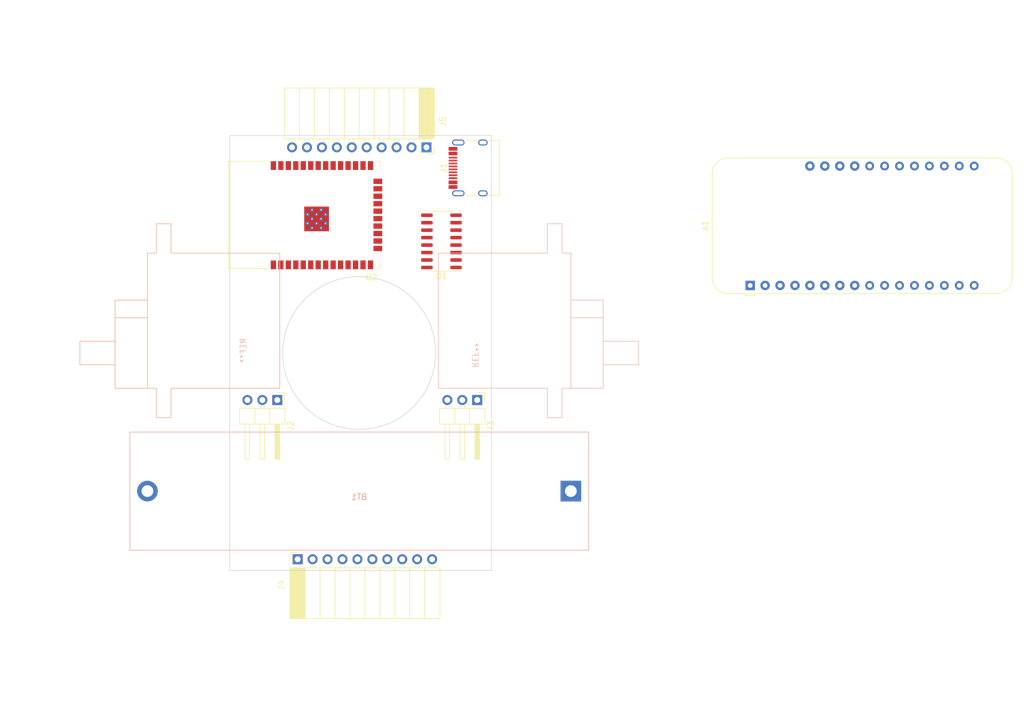
<source format=kicad_pcb>
(kicad_pcb (version 20221018) (generator pcbnew)
  (layers (0 "F.Cu" signal) (31 "B.Cu" signal) (34 "B.Paste" user) (35 "F.Paste" user) (36 "B.SilkS" user "B.Silkscreen") (37 "F.SilkS" user "F.Silkscreen") (38 "B.Mask" user) (39 "F.Mask" user) (44 "Edge.Cuts" user))
  (net 0 "")
  (net 1 "Net-(J1-GND-PadA1)")
  (net 2 "Net-(J1-VBUS-PadA4)")
  (net 12 "Net-(U2-GND-Pad1)")
  (footprint "Package_SO:SOIC-16_3.9x9.9mm_P1.27mm" (layer "F.Cu") (at 114 81 180)
    (fp_text reference "U1" (at 0 -5.9) (layer "F.SilkS"))
    (fp_text value "CH340G")
    (fp_line (start 0 -5.06) (end -3.45 -5.06) (stroke (width 0.12)) (layer "F.SilkS"))
    (fp_line (start 0 -5.06) (end 1.95 -5.06) (stroke (width 0.12)) (layer "F.SilkS"))
    (fp_line (start 0 5.06) (end -1.95 5.06) (stroke (width 0.12)) (layer "F.SilkS"))
    (fp_line (start 0 5.06) (end 1.95 5.06) (stroke (width 0.12)) (layer "F.SilkS"))
    (pad "1" smd roundrect (at -2.475 -4.445 180) (size 1.95 0.6) (layers "F.Cu" "F.Paste" "F.Mask"))
    (pad "2" smd roundrect (at -2.475 -3.175 180) (size 1.95 0.6) (layers "F.Cu" "F.Paste" "F.Mask"))
    (pad "3" smd roundrect (at -2.475 -1.905 180) (size 1.95 0.6) (layers "F.Cu" "F.Paste" "F.Mask"))
    (pad "4" smd roundrect (at -2.475 -0.635 180) (size 1.95 0.6) (layers "F.Cu" "F.Paste" "F.Mask"))
    (pad "5" smd roundrect (at -2.475 0.635 180) (size 1.95 0.6) (layers "F.Cu" "F.Paste" "F.Mask"))
    (pad "6" smd roundrect (at -2.475 1.905 180) (size 1.95 0.6) (layers "F.Cu" "F.Paste" "F.Mask"))
    (pad "7" smd roundrect (at -2.475 3.175 180) (size 1.95 0.6) (layers "F.Cu" "F.Paste" "F.Mask"))
    (pad "8" smd roundrect (at -2.475 4.445 180) (size 1.95 0.6) (layers "F.Cu" "F.Paste" "F.Mask"))
    (pad "9" smd roundrect (at 2.475 4.445 180) (size 1.95 0.6) (layers "F.Cu" "F.Paste" "F.Mask"))
    (pad "10" smd roundrect (at 2.475 3.175 180) (size 1.95 0.6) (layers "F.Cu" "F.Paste" "F.Mask"))
    (pad "11" smd roundrect (at 2.475 1.905 180) (size 1.95 0.6) (layers "F.Cu" "F.Paste" "F.Mask"))
    (pad "12" smd roundrect (at 2.475 0.635 180) (size 1.95 0.6) (layers "F.Cu" "F.Paste" "F.Mask"))
    (pad "13" smd roundrect (at 2.475 -0.635 180) (size 1.95 0.6) (layers "F.Cu" "F.Paste" "F.Mask"))
    (pad "14" smd roundrect (at 2.475 -1.905 180) (size 1.95 0.6) (layers "F.Cu" "F.Paste" "F.Mask"))
    (pad "15" smd roundrect (at 2.475 -3.175 180) (size 1.95 0.6) (layers "F.Cu" "F.Paste" "F.Mask"))
    (pad "16" smd roundrect (at 2.475 -4.445 180) (size 1.95 0.6) (layers "F.Cu" "F.Paste" "F.Mask"))
  )
  (footprint "Connector_PinHeader_2.54mm:PinHeader_1x03_P2.54mm_Horizontal" (layer "F.Cu") (at 120.08 108 -90)
    (fp_text reference "J3" (at 4.385 -2.27 90) (layer "F.SilkS"))
    (fp_text value "SERVO_R")
    (fp_line (start -1.27 -1.27) (end 0 -1.27) (stroke (width 0.12)) (layer "F.SilkS"))
    (fp_line (start -1.27 0) (end -1.27 -1.27) (stroke (width 0.12)) (layer "F.SilkS"))
    (fp_line (start 1.042929 2.16) (end 1.44 2.16) (stroke (width 0.12)) (layer "F.SilkS"))
    (fp_line (start 1.042929 2.92) (end 1.44 2.92) (stroke (width 0.12)) (layer "F.SilkS"))
    (fp_line (start 1.042929 4.7) (end 1.44 4.7) (stroke (width 0.12)) (layer "F.SilkS"))
    (fp_line (start 1.042929 5.46) (end 1.44 5.46) (stroke (width 0.12)) (layer "F.SilkS"))
    (fp_line (start 1.11 -0.38) (end 1.44 -0.38) (stroke (width 0.12)) (layer "F.SilkS"))
    (fp_line (start 1.11 0.38) (end 1.44 0.38) (stroke (width 0.12)) (layer "F.SilkS"))
    (fp_line (start 1.44 -1.33) (end 1.44 6.41) (stroke (width 0.12)) (layer "F.SilkS"))
    (fp_line (start 1.44 1.27) (end 4.1 1.27) (stroke (width 0.12)) (layer "F.SilkS"))
    (fp_line (start 1.44 3.81) (end 4.1 3.81) (stroke (width 0.12)) (layer "F.SilkS"))
    (fp_line (start 1.44 6.41) (end 4.1 6.41) (stroke (width 0.12)) (layer "F.SilkS"))
    (fp_line (start 4.1 -1.33) (end 1.44 -1.33) (stroke (width 0.12)) (layer "F.SilkS"))
    (fp_line (start 4.1 -0.38) (end 10.1 -0.38) (stroke (width 0.12)) (layer "F.SilkS"))
    (fp_line (start 4.1 -0.32) (end 10.1 -0.32) (stroke (width 0.12)) (layer "F.SilkS"))
    (fp_line (start 4.1 -0.2) (end 10.1 -0.2) (stroke (width 0.12)) (layer "F.SilkS"))
    (fp_line (start 4.1 -0.08) (end 10.1 -0.08) (stroke (width 0.12)) (layer "F.SilkS"))
    (fp_line (start 4.1 0.04) (end 10.1 0.04) (stroke (width 0.12)) (layer "F.SilkS"))
    (fp_line (start 4.1 0.16) (end 10.1 0.16) (stroke (width 0.12)) (layer "F.SilkS"))
    (fp_line (start 4.1 0.28) (end 10.1 0.28) (stroke (width 0.12)) (layer "F.SilkS"))
    (fp_line (start 4.1 2.16) (end 10.1 2.16) (stroke (width 0.12)) (layer "F.SilkS"))
    (fp_line (start 4.1 4.7) (end 10.1 4.7) (stroke (width 0.12)) (layer "F.SilkS"))
    (fp_line (start 4.1 6.41) (end 4.1 -1.33) (stroke (width 0.12)) (layer "F.SilkS"))
    (fp_line (start 10.1 -0.38) (end 10.1 0.38) (stroke (width 0.12)) (layer "F.SilkS"))
    (fp_line (start 10.1 0.38) (end 4.1 0.38) (stroke (width 0.12)) (layer "F.SilkS"))
    (fp_line (start 10.1 2.16) (end 10.1 2.92) (stroke (width 0.12)) (layer "F.SilkS"))
    (fp_line (start 10.1 2.92) (end 4.1 2.92) (stroke (width 0.12)) (layer "F.SilkS"))
    (fp_line (start 10.1 4.7) (end 10.1 5.46) (stroke (width 0.12)) (layer "F.SilkS"))
    (fp_line (start 10.1 5.46) (end 4.1 5.46) (stroke (width 0.12)) (layer "F.SilkS"))
    (pad "1" thru_hole rect (at 0 0 270) (size 1.7 1.7) (drill 1) (layers "*.Cu" "*.Mask"))
    (pad "2" thru_hole oval (at 0 2.54 270) (size 1.7 1.7) (drill 1) (layers "*.Cu" "*.Mask"))
    (pad "3" thru_hole oval (at 0 5.08 270) (size 1.7 1.7) (drill 1) (layers "*.Cu" "*.Mask"))
  )
  (footprint "RF_Module:ESP32-WROOM-32" (layer "F.Cu") (at 93.67 76.5 90)
    (fp_text reference "U2" (at -10.61 8.43) (layer "F.SilkS"))
    (fp_text value "ESP32-WROOM-32")
    (fp_line (start -9.12 -15.86) (end -9.12 -9.445) (stroke (width 0.12)) (layer "F.SilkS"))
    (fp_line (start -9.12 -15.86) (end 9.12 -15.86) (stroke (width 0.12)) (layer "F.SilkS"))
    (fp_line (start -9.12 -9.445) (end -9.5 -9.445) (stroke (width 0.12)) (layer "F.SilkS"))
    (fp_line (start -9.12 9.1) (end -9.12 9.88) (stroke (width 0.12)) (layer "F.SilkS"))
    (fp_line (start -9.12 9.88) (end -8.12 9.88) (stroke (width 0.12)) (layer "F.SilkS"))
    (fp_line (start 9.12 -15.86) (end 9.12 -9.445) (stroke (width 0.12)) (layer "F.SilkS"))
    (fp_line (start 9.12 9.1) (end 9.12 9.88) (stroke (width 0.12)) (layer "F.SilkS"))
    (fp_line (start 9.12 9.88) (end 8.12 9.88) (stroke (width 0.12)) (layer "F.SilkS"))
    (pad "1" smd rect (at -8.5 -8.25 90) (size 1.5 0.9) (layers "F.Cu" "F.Paste" "F.Mask") (net 12 "Net-(U2-GND-Pad1)"))
    (pad "2" smd rect (at -8.5 -6.98 90) (size 1.5 0.9) (layers "F.Cu" "F.Paste" "F.Mask"))
    (pad "3" smd rect (at -8.5 -5.71 90) (size 1.5 0.9) (layers "F.Cu" "F.Paste" "F.Mask"))
    (pad "4" smd rect (at -8.5 -4.44 90) (size 1.5 0.9) (layers "F.Cu" "F.Paste" "F.Mask"))
    (pad "5" smd rect (at -8.5 -3.17 90) (size 1.5 0.9) (layers "F.Cu" "F.Paste" "F.Mask"))
    (pad "6" smd rect (at -8.5 -1.9 90) (size 1.5 0.9) (layers "F.Cu" "F.Paste" "F.Mask"))
    (pad "7" smd rect (at -8.5 -0.63 90) (size 1.5 0.9) (layers "F.Cu" "F.Paste" "F.Mask"))
    (pad "8" smd rect (at -8.5 0.64 90) (size 1.5 0.9) (layers "F.Cu" "F.Paste" "F.Mask"))
    (pad "9" smd rect (at -8.5 1.91 90) (size 1.5 0.9) (layers "F.Cu" "F.Paste" "F.Mask"))
    (pad "10" smd rect (at -8.5 3.18 90) (size 1.5 0.9) (layers "F.Cu" "F.Paste" "F.Mask"))
    (pad "11" smd rect (at -8.5 4.45 90) (size 1.5 0.9) (layers "F.Cu" "F.Paste" "F.Mask"))
    (pad "12" smd rect (at -8.5 5.72 90) (size 1.5 0.9) (layers "F.Cu" "F.Paste" "F.Mask"))
    (pad "13" smd rect (at -8.5 6.99 90) (size 1.5 0.9) (layers "F.Cu" "F.Paste" "F.Mask"))
    (pad "14" smd rect (at -8.5 8.26 90) (size 1.5 0.9) (layers "F.Cu" "F.Paste" "F.Mask"))
    (pad "15" smd rect (at -5.71 9.51 180) (size 1.5 0.9) (layers "F.Cu" "F.Paste" "F.Mask") (net 12 "Net-(U2-GND-Pad1)"))
    (pad "16" smd rect (at -4.44 9.51 180) (size 1.5 0.9) (layers "F.Cu" "F.Paste" "F.Mask"))
    (pad "17" smd rect (at -3.17 9.51 180) (size 1.5 0.9) (layers "F.Cu" "F.Paste" "F.Mask"))
    (pad "18" smd rect (at -1.9 9.51 180) (size 1.5 0.9) (layers "F.Cu" "F.Paste" "F.Mask"))
    (pad "19" smd rect (at -0.63 9.51 180) (size 1.5 0.9) (layers "F.Cu" "F.Paste" "F.Mask"))
    (pad "20" smd rect (at 0.64 9.51 180) (size 1.5 0.9) (layers "F.Cu" "F.Paste" "F.Mask"))
    (pad "21" smd rect (at 1.91 9.51 180) (size 1.5 0.9) (layers "F.Cu" "F.Paste" "F.Mask"))
    (pad "22" smd rect (at 3.18 9.51 180) (size 1.5 0.9) (layers "F.Cu" "F.Paste" "F.Mask"))
    (pad "23" smd rect (at 4.45 9.51 180) (size 1.5 0.9) (layers "F.Cu" "F.Paste" "F.Mask"))
    (pad "24" smd rect (at 5.72 9.51 180) (size 1.5 0.9) (layers "F.Cu" "F.Paste" "F.Mask"))
    (pad "25" smd rect (at 8.4 8.26 90) (size 1.5 0.9) (layers "F.Cu" "F.Paste" "F.Mask"))
    (pad "26" smd rect (at 8.4 6.99 90) (size 1.5 0.9) (layers "F.Cu" "F.Paste" "F.Mask"))
    (pad "27" smd rect (at 8.4 5.72 90) (size 1.5 0.9) (layers "F.Cu" "F.Paste" "F.Mask"))
    (pad "28" smd rect (at 8.4 4.45 90) (size 1.5 0.9) (layers "F.Cu" "F.Paste" "F.Mask"))
    (pad "29" smd rect (at 8.4 3.18 90) (size 1.5 0.9) (layers "F.Cu" "F.Paste" "F.Mask"))
    (pad "30" smd rect (at 8.4 1.91 90) (size 1.5 0.9) (layers "F.Cu" "F.Paste" "F.Mask"))
    (pad "31" smd rect (at 8.4 0.64 90) (size 1.5 0.9) (layers "F.Cu" "F.Paste" "F.Mask"))
    (pad "32" smd rect (at 8.4 -0.63 90) (size 1.5 0.9) (layers "F.Cu" "F.Paste" "F.Mask"))
    (pad "33" smd rect (at 8.4 -1.9 90) (size 1.5 0.9) (layers "F.Cu" "F.Paste" "F.Mask"))
    (pad "34" smd rect (at 8.4 -3.17 90) (size 1.5 0.9) (layers "F.Cu" "F.Paste" "F.Mask"))
    (pad "35" smd rect (at 8.4 -4.44 90) (size 1.5 0.9) (layers "F.Cu" "F.Paste" "F.Mask"))
    (pad "36" smd rect (at 8.4 -5.71 90) (size 1.5 0.9) (layers "F.Cu" "F.Paste" "F.Mask"))
    (pad "37" smd rect (at 8.4 -6.98 90) (size 1.5 0.9) (layers "F.Cu" "F.Paste" "F.Mask"))
    (pad "38" smd rect (at 8.4 -8.25 90) (size 1.5 0.9) (layers "F.Cu" "F.Paste" "F.Mask") (net 12 "Net-(U2-GND-Pad1)"))
    (pad "39" smd rect (at -2.205 -2.435 90) (size 1.05 1.05) (layers "F.Cu" "F.Paste") (net 12 "Net-(U2-GND-Pad1)"))
    (pad "39" thru_hole circle (at -2.205 -1.6725 90) (size 0.6 0.6) (drill 0.2) (property pad_prop_heatsink) (layers "*.Cu" "F.Mask") (net 12 "Net-(U2-GND-Pad1)"))
    (pad "39" smd rect (at -2.205 -0.91 90) (size 1.05 1.05) (layers "F.Cu" "F.Paste") (net 12 "Net-(U2-GND-Pad1)"))
    (pad "39" thru_hole circle (at -2.205 -0.1475 90) (size 0.6 0.6) (drill 0.2) (property pad_prop_heatsink) (layers "*.Cu" "F.Mask") (net 12 "Net-(U2-GND-Pad1)"))
    (pad "39" smd rect (at -2.205 0.615 90) (size 1.05 1.05) (layers "F.Cu" "F.Paste") (net 12 "Net-(U2-GND-Pad1)"))
    (pad "39" thru_hole circle (at -1.4425 -2.435 90) (size 0.6 0.6) (drill 0.2) (property pad_prop_heatsink) (layers "*.Cu" "F.Mask") (net 12 "Net-(U2-GND-Pad1)"))
    (pad "39" thru_hole circle (at -1.4425 -0.91 90) (size 0.6 0.6) (drill 0.2) (property pad_prop_heatsink) (layers "*.Cu" "F.Mask") (net 12 "Net-(U2-GND-Pad1)"))
    (pad "39" thru_hole circle (at -1.4425 0.615 90) (size 0.6 0.6) (drill 0.2) (property pad_prop_heatsink) (layers "*.Cu" "F.Mask") (net 12 "Net-(U2-GND-Pad1)"))
    (pad "39" smd rect (at -0.68 -2.435 90) (size 1.05 1.05) (layers "F.Cu" "F.Paste") (net 12 "Net-(U2-GND-Pad1)"))
    (pad "39" thru_hole circle (at -0.68 -1.6725 90) (size 0.6 0.6) (drill 0.2) (property pad_prop_heatsink) (layers "*.Cu" "F.Mask") (net 12 "Net-(U2-GND-Pad1)"))
    (pad "39" smd rect (at -0.68 -0.91 90) (size 1.05 1.05) (layers "F.Cu" "F.Paste") (net 12 "Net-(U2-GND-Pad1)"))
    (pad "39" smd rect (at -0.68 -0.91 90) (size 4.2 4.2) (layers "F.Cu" "F.Mask") (net 12 "Net-(U2-GND-Pad1)"))
    (pad "39" thru_hole circle (at -0.68 -0.1475 90) (size 0.6 0.6) (drill 0.2) (property pad_prop_heatsink) (layers "*.Cu" "F.Mask") (net 12 "Net-(U2-GND-Pad1)"))
    (pad "39" smd rect (at -0.68 0.615 90) (size 1.05 1.05) (layers "F.Cu" "F.Paste") (net 12 "Net-(U2-GND-Pad1)"))
    (pad "39" thru_hole circle (at 0.0825 -2.435 90) (size 0.6 0.6) (drill 0.2) (property pad_prop_heatsink) (layers "*.Cu" "F.Mask") (net 12 "Net-(U2-GND-Pad1)"))
    (pad "39" thru_hole circle (at 0.0825 -0.91 90) (size 0.6 0.6) (drill 0.2) (property pad_prop_heatsink) (layers "*.Cu" "F.Mask") (net 12 "Net-(U2-GND-Pad1)"))
    (pad "39" thru_hole circle (at 0.0825 0.615 90) (size 0.6 0.6) (drill 0.2) (property pad_prop_heatsink) (layers "*.Cu" "F.Mask") (net 12 "Net-(U2-GND-Pad1)"))
    (pad "39" smd rect (at 0.845 -2.435 90) (size 1.05 1.05) (layers "F.Cu" "F.Paste") (net 12 "Net-(U2-GND-Pad1)"))
    (pad "39" thru_hole circle (at 0.845 -1.6725 90) (size 0.6 0.6) (drill 0.2) (property pad_prop_heatsink) (layers "*.Cu" "F.Mask") (net 12 "Net-(U2-GND-Pad1)"))
    (pad "39" smd rect (at 0.845 -0.91 90) (size 1.05 1.05) (layers "F.Cu" "F.Paste") (net 12 "Net-(U2-GND-Pad1)"))
    (pad "39" thru_hole circle (at 0.845 -0.1475 90) (size 0.6 0.6) (drill 0.2) (property pad_prop_heatsink) (layers "*.Cu" "F.Mask") (net 12 "Net-(U2-GND-Pad1)"))
    (pad "39" smd rect (at 0.845 0.615 90) (size 1.05 1.05) (layers "F.Cu" "F.Paste") (net 12 "Net-(U2-GND-Pad1)"))
  )
  (footprint "Connector_PinSocket_2.54mm:PinSocket_1x10_P2.54mm_Horizontal" (layer "F.Cu") (at 111.45 65 -90)
    (fp_text reference "J5" (at -4.38 -2.77 90) (layer "F.SilkS"))
    (fp_text value "EXP_BACK")
    (fp_line (start -10.09 -1.33) (end -10.09 24.19) (stroke (width 0.12)) (layer "F.SilkS"))
    (fp_line (start -10.09 -1.33) (end -1.46 -1.33) (stroke (width 0.12)) (layer "F.SilkS"))
    (fp_line (start -10.09 -1.21) (end -1.46 -1.21) (stroke (width 0.12)) (layer "F.SilkS"))
    (fp_line (start -10.09 -1.091905) (end -1.46 -1.091905) (stroke (width 0.12)) (layer "F.SilkS"))
    (fp_line (start -10.09 -0.97381) (end -1.46 -0.97381) (stroke (width 0.12)) (layer "F.SilkS"))
    (fp_line (start -10.09 -0.855715) (end -1.46 -0.855715) (stroke (width 0.12)) (layer "F.SilkS"))
    (fp_line (start -10.09 -0.73762) (end -1.46 -0.73762) (stroke (width 0.12)) (layer "F.SilkS"))
    (fp_line (start -10.09 -0.619525) (end -1.46 -0.619525) (stroke (width 0.12)) (layer "F.SilkS"))
    (fp_line (start -10.09 -0.50143) (end -1.46 -0.50143) (stroke (width 0.12)) (layer "F.SilkS"))
    (fp_line (start -10.09 -0.383335) (end -1.46 -0.383335) (stroke (width 0.12)) (layer "F.SilkS"))
    (fp_line (start -10.09 -0.26524) (end -1.46 -0.26524) (stroke (width 0.12)) (layer "F.SilkS"))
    (fp_line (start -10.09 -0.147145) (end -1.46 -0.147145) (stroke (width 0.12)) (layer "F.SilkS"))
    (fp_line (start -10.09 -0.02905) (end -1.46 -0.02905) (stroke (width 0.12)) (layer "F.SilkS"))
    (fp_line (start -10.09 0.089045) (end -1.46 0.089045) (stroke (width 0.12)) (layer "F.SilkS"))
    (fp_line (start -10.09 0.20714) (end -1.46 0.20714) (stroke (width 0.12)) (layer "F.SilkS"))
    (fp_line (start -10.09 0.325235) (end -1.46 0.325235) (stroke (width 0.12)) (layer "F.SilkS"))
    (fp_line (start -10.09 0.44333) (end -1.46 0.44333) (stroke (width 0.12)) (layer "F.SilkS"))
    (fp_line (start -10.09 0.561425) (end -1.46 0.561425) (stroke (width 0.12)) (layer "F.SilkS"))
    (fp_line (start -10.09 0.67952) (end -1.46 0.67952) (stroke (width 0.12)) (layer "F.SilkS"))
    (fp_line (start -10.09 0.797615) (end -1.46 0.797615) (stroke (width 0.12)) (layer "F.SilkS"))
    (fp_line (start -10.09 0.91571) (end -1.46 0.91571) (stroke (width 0.12)) (layer "F.SilkS"))
    (fp_line (start -10.09 1.033805) (end -1.46 1.033805) (stroke (width 0.12)) (layer "F.SilkS"))
    (fp_line (start -10.09 1.1519) (end -1.46 1.1519) (stroke (width 0.12)) (layer "F.SilkS"))
    (fp_line (start -10.09 1.27) (end -1.46 1.27) (stroke (width 0.12)) (layer "F.SilkS"))
    (fp_line (start -10.09 3.81) (end -1.46 3.81) (stroke (width 0.12)) (layer "F.SilkS"))
    (fp_line (start -10.09 6.35) (end -1.46 6.35) (stroke (width 0.12)) (layer "F.SilkS"))
    (fp_line (start -10.09 8.89) (end -1.46 8.89) (stroke (width 0.12)) (layer "F.SilkS"))
    (fp_line (start -10.09 11.43) (end -1.46 11.43) (stroke (width 0.12)) (layer "F.SilkS"))
    (fp_line (start -10.09 13.97) (end -1.46 13.97) (stroke (width 0.12)) (layer "F.SilkS"))
    (fp_line (start -10.09 16.51) (end -1.46 16.51) (stroke (width 0.12)) (layer "F.SilkS"))
    (fp_line (start -10.09 19.05) (end -1.46 19.05) (stroke (width 0.12)) (layer "F.SilkS"))
    (fp_line (start -10.09 21.59) (end -1.46 21.59) (stroke (width 0.12)) (layer "F.SilkS"))
    (fp_line (start -10.09 24.19) (end -1.46 24.19) (stroke (width 0.12)) (layer "F.SilkS"))
    (fp_line (start -1.46 -1.33) (end -1.46 24.19) (stroke (width 0.12)) (layer "F.SilkS"))
    (fp_line (start -1.46 -0.36) (end -1.11 -0.36) (stroke (width 0.12)) (layer "F.SilkS"))
    (fp_line (start -1.46 0.36) (end -1.11 0.36) (stroke (width 0.12)) (layer "F.SilkS"))
    (fp_line (start -1.46 2.18) (end -1.05 2.18) (stroke (width 0.12)) (layer "F.SilkS"))
    (fp_line (start -1.46 2.9) (end -1.05 2.9) (stroke (width 0.12)) (layer "F.SilkS"))
    (fp_line (start -1.46 4.72) (end -1.05 4.72) (stroke (width 0.12)) (layer "F.SilkS"))
    (fp_line (start -1.46 5.44) (end -1.05 5.44) (stroke (width 0.12)) (layer "F.SilkS"))
    (fp_line (start -1.46 7.26) (end -1.05 7.26) (stroke (width 0.12)) (layer "F.SilkS"))
    (fp_line (start -1.46 7.98) (end -1.05 7.98) (stroke (width 0.12)) (layer "F.SilkS"))
    (fp_line (start -1.46 9.8) (end -1.05 9.8) (stroke (width 0.12)) (layer "F.SilkS"))
    (fp_line (start -1.46 10.52) (end -1.05 10.52) (stroke (width 0.12)) (layer "F.SilkS"))
    (fp_line (start -1.46 12.34) (end -1.05 12.34) (stroke (width 0.12)) (layer "F.SilkS"))
    (fp_line (start -1.46 13.06) (end -1.05 13.06) (stroke (width 0.12)) (layer "F.SilkS"))
    (fp_line (start -1.46 14.88) (end -1.05 14.88) (stroke (width 0.12)) (layer "F.SilkS"))
    (fp_line (start -1.46 15.6) (end -1.05 15.6) (stroke (width 0.12)) (layer "F.SilkS"))
    (fp_line (start -1.46 17.42) (end -1.05 17.42) (stroke (width 0.12)) (layer "F.SilkS"))
    (fp_line (start -1.46 18.14) (end -1.05 18.14) (stroke (width 0.12)) (layer "F.SilkS"))
    (fp_line (start -1.46 19.96) (end -1.05 19.96) (stroke (width 0.12)) (layer "F.SilkS"))
    (fp_line (start -1.46 20.68) (end -1.05 20.68) (stroke (width 0.12)) (layer "F.SilkS"))
    (fp_line (start -1.46 22.5) (end -1.05 22.5) (stroke (width 0.12)) (layer "F.SilkS"))
    (fp_line (start -1.46 23.22) (end -1.05 23.22) (stroke (width 0.12)) (layer "F.SilkS"))
    (fp_line (start 0 -1.33) (end 1.11 -1.33) (stroke (width 0.12)) (layer "F.SilkS"))
    (fp_line (start 1.11 -1.33) (end 1.11 0) (stroke (width 0.12)) (layer "F.SilkS"))
    (pad "1" thru_hole rect (at 0 0 270) (size 1.7 1.7) (drill 1) (layers "*.Cu" "*.Mask"))
    (pad "2" thru_hole oval (at 0 2.54 270) (size 1.7 1.7) (drill 1) (layers "*.Cu" "*.Mask"))
    (pad "3" thru_hole oval (at 0 5.08 270) (size 1.7 1.7) (drill 1) (layers "*.Cu" "*.Mask"))
    (pad "4" thru_hole oval (at 0 7.62 270) (size 1.7 1.7) (drill 1) (layers "*.Cu" "*.Mask"))
    (pad "5" thru_hole oval (at 0 10.16 270) (size 1.7 1.7) (drill 1) (layers "*.Cu" "*.Mask"))
    (pad "6" thru_hole oval (at 0 12.7 270) (size 1.7 1.7) (drill 1) (layers "*.Cu" "*.Mask"))
    (pad "7" thru_hole oval (at 0 15.24 270) (size 1.7 1.7) (drill 1) (layers "*.Cu" "*.Mask"))
    (pad "8" thru_hole oval (at 0 17.78 270) (size 1.7 1.7) (drill 1) (layers "*.Cu" "*.Mask"))
    (pad "9" thru_hole oval (at 0 20.32 270) (size 1.7 1.7) (drill 1) (layers "*.Cu" "*.Mask"))
    (pad "10" thru_hole oval (at 0 22.86 270) (size 1.7 1.7) (drill 1) (layers "*.Cu" "*.Mask"))
  )
  (footprint "Connector_USB:USB_C_Receptacle_HRO_TYPE-C-31-M-12" (layer "F.Cu") (at 120 68.5 90)
    (fp_text reference "J1" (at 0 -5.645 90) (layer "F.SilkS"))
    (fp_text value "USB_C_Receptacle_USB2.0")
    (fp_line (start -4.7 -1.9) (end -4.7 0.1) (stroke (width 0.12)) (layer "F.SilkS"))
    (fp_line (start -4.7 2) (end -4.7 3.9) (stroke (width 0.12)) (layer "F.SilkS"))
    (fp_line (start -4.7 3.9) (end 4.7 3.9) (stroke (width 0.12)) (layer "F.SilkS"))
    (fp_line (start 4.7 -1.9) (end 4.7 0.1) (stroke (width 0.12)) (layer "F.SilkS"))
    (fp_line (start 4.7 2) (end 4.7 3.9) (stroke (width 0.12)) (layer "F.SilkS"))
    (pad "" np_thru_hole circle (at -2.89 -2.6 90) (size 0.65 0.65) (drill 0.65) (layers "*.Cu" "*.Mask"))
    (pad "" np_thru_hole circle (at 2.89 -2.6 90) (size 0.65 0.65) (drill 0.65) (layers "*.Cu" "*.Mask"))
    (pad "A1" smd rect (at -3.25 -4.045 90) (size 0.6 1.45) (layers "F.Cu" "F.Paste" "F.Mask") (net 1 "Net-(J1-GND-PadA1)"))
    (pad "A4" smd rect (at -2.45 -4.045 90) (size 0.6 1.45) (layers "F.Cu" "F.Paste" "F.Mask") (net 2 "Net-(J1-VBUS-PadA4)"))
    (pad "A5" smd rect (at -1.25 -4.045 90) (size 0.3 1.45) (layers "F.Cu" "F.Paste" "F.Mask"))
    (pad "A6" smd rect (at -0.25 -4.045 90) (size 0.3 1.45) (layers "F.Cu" "F.Paste" "F.Mask"))
    (pad "A7" smd rect (at 0.25 -4.045 90) (size 0.3 1.45) (layers "F.Cu" "F.Paste" "F.Mask"))
    (pad "A8" smd rect (at 1.25 -4.045 90) (size 0.3 1.45) (layers "F.Cu" "F.Paste" "F.Mask"))
    (pad "A9" smd rect (at 2.45 -4.045 90) (size 0.6 1.45) (layers "F.Cu" "F.Paste" "F.Mask") (net 2 "Net-(J1-VBUS-PadA4)"))
    (pad "A12" smd rect (at 3.25 -4.045 90) (size 0.6 1.45) (layers "F.Cu" "F.Paste" "F.Mask") (net 1 "Net-(J1-GND-PadA1)"))
    (pad "B1" smd rect (at 3.25 -4.045 90) (size 0.6 1.45) (layers "F.Cu" "F.Paste" "F.Mask") (net 1 "Net-(J1-GND-PadA1)"))
    (pad "B4" smd rect (at 2.45 -4.045 90) (size 0.6 1.45) (layers "F.Cu" "F.Paste" "F.Mask") (net 2 "Net-(J1-VBUS-PadA4)"))
    (pad "B5" smd rect (at 1.75 -4.045 90) (size 0.3 1.45) (layers "F.Cu" "F.Paste" "F.Mask"))
    (pad "B6" smd rect (at 0.75 -4.045 90) (size 0.3 1.45) (layers "F.Cu" "F.Paste" "F.Mask"))
    (pad "B7" smd rect (at -0.75 -4.045 90) (size 0.3 1.45) (layers "F.Cu" "F.Paste" "F.Mask"))
    (pad "B8" smd rect (at -1.75 -4.045 90) (size 0.3 1.45) (layers "F.Cu" "F.Paste" "F.Mask"))
    (pad "B9" smd rect (at -2.45 -4.045 90) (size 0.6 1.45) (layers "F.Cu" "F.Paste" "F.Mask") (net 2 "Net-(J1-VBUS-PadA4)"))
    (pad "B12" smd rect (at -3.25 -4.045 90) (size 0.6 1.45) (layers "F.Cu" "F.Paste" "F.Mask") (net 1 "Net-(J1-GND-PadA1)"))
    (pad "S1" thru_hole oval (at -4.32 -3.13 90) (size 1 2.1) (drill oval 0.6 1.7) (layers "*.Cu" "*.Mask"))
    (pad "S1" thru_hole oval (at -4.32 1.05 90) (size 1 1.6) (drill oval 0.6 1.2) (layers "*.Cu" "*.Mask"))
    (pad "S1" thru_hole oval (at 4.32 -3.13 90) (size 1 2.1) (drill oval 0.6 1.7) (layers "*.Cu" "*.Mask"))
    (pad "S1" thru_hole oval (at 4.32 1.05 90) (size 1 1.6) (drill oval 0.6 1.2) (layers "*.Cu" "*.Mask"))
  )
  (footprint "Connector_PinHeader_2.54mm:PinHeader_1x03_P2.54mm_Horizontal" (layer "F.Cu") (at 86.08 108 -90)
    (fp_text reference "J2" (at 4.385 -2.27 90) (layer "F.SilkS"))
    (fp_text value "SERVO_L")
    (fp_line (start -1.27 -1.27) (end 0 -1.27) (stroke (width 0.12)) (layer "F.SilkS"))
    (fp_line (start -1.27 0) (end -1.27 -1.27) (stroke (width 0.12)) (layer "F.SilkS"))
    (fp_line (start 1.042929 2.16) (end 1.44 2.16) (stroke (width 0.12)) (layer "F.SilkS"))
    (fp_line (start 1.042929 2.92) (end 1.44 2.92) (stroke (width 0.12)) (layer "F.SilkS"))
    (fp_line (start 1.042929 4.7) (end 1.44 4.7) (stroke (width 0.12)) (layer "F.SilkS"))
    (fp_line (start 1.042929 5.46) (end 1.44 5.46) (stroke (width 0.12)) (layer "F.SilkS"))
    (fp_line (start 1.11 -0.38) (end 1.44 -0.38) (stroke (width 0.12)) (layer "F.SilkS"))
    (fp_line (start 1.11 0.38) (end 1.44 0.38) (stroke (width 0.12)) (layer "F.SilkS"))
    (fp_line (start 1.44 -1.33) (end 1.44 6.41) (stroke (width 0.12)) (layer "F.SilkS"))
    (fp_line (start 1.44 1.27) (end 4.1 1.27) (stroke (width 0.12)) (layer "F.SilkS"))
    (fp_line (start 1.44 3.81) (end 4.1 3.81) (stroke (width 0.12)) (layer "F.SilkS"))
    (fp_line (start 1.44 6.41) (end 4.1 6.41) (stroke (width 0.12)) (layer "F.SilkS"))
    (fp_line (start 4.1 -1.33) (end 1.44 -1.33) (stroke (width 0.12)) (layer "F.SilkS"))
    (fp_line (start 4.1 -0.38) (end 10.1 -0.38) (stroke (width 0.12)) (layer "F.SilkS"))
    (fp_line (start 4.1 -0.32) (end 10.1 -0.32) (stroke (width 0.12)) (layer "F.SilkS"))
    (fp_line (start 4.1 -0.2) (end 10.1 -0.2) (stroke (width 0.12)) (layer "F.SilkS"))
    (fp_line (start 4.1 -0.08) (end 10.1 -0.08) (stroke (width 0.12)) (layer "F.SilkS"))
    (fp_line (start 4.1 0.04) (end 10.1 0.04) (stroke (width 0.12)) (layer "F.SilkS"))
    (fp_line (start 4.1 0.16) (end 10.1 0.16) (stroke (width 0.12)) (layer "F.SilkS"))
    (fp_line (start 4.1 0.28) (end 10.1 0.28) (stroke (width 0.12)) (layer "F.SilkS"))
    (fp_line (start 4.1 2.16) (end 10.1 2.16) (stroke (width 0.12)) (layer "F.SilkS"))
    (fp_line (start 4.1 4.7) (end 10.1 4.7) (stroke (width 0.12)) (layer "F.SilkS"))
    (fp_line (start 4.1 6.41) (end 4.1 -1.33) (stroke (width 0.12)) (layer "F.SilkS"))
    (fp_line (start 10.1 -0.38) (end 10.1 0.38) (stroke (width 0.12)) (layer "F.SilkS"))
    (fp_line (start 10.1 0.38) (end 4.1 0.38) (stroke (width 0.12)) (layer "F.SilkS"))
    (fp_line (start 10.1 2.16) (end 10.1 2.92) (stroke (width 0.12)) (layer "F.SilkS"))
    (fp_line (start 10.1 2.92) (end 4.1 2.92) (stroke (width 0.12)) (layer "F.SilkS"))
    (fp_line (start 10.1 4.7) (end 10.1 5.46) (stroke (width 0.12)) (layer "F.SilkS"))
    (fp_line (start 10.1 5.46) (end 4.1 5.46) (stroke (width 0.12)) (layer "F.SilkS"))
    (pad "1" thru_hole rect (at 0 0 270) (size 1.7 1.7) (drill 1) (layers "*.Cu" "*.Mask"))
    (pad "2" thru_hole oval (at 0 2.54 270) (size 1.7 1.7) (drill 1) (layers "*.Cu" "*.Mask"))
    (pad "3" thru_hole oval (at 0 5.08 270) (size 1.7 1.7) (drill 1) (layers "*.Cu" "*.Mask"))
  )
  (footprint "Connector_PinSocket_2.54mm:PinSocket_1x10_P2.54mm_Horizontal" (layer "F.Cu") (at 89.55 135.1 90)
    (fp_text reference "J4" (at -4.38 -2.77 90) (layer "F.SilkS"))
    (fp_text value "EXP_FRONT")
    (fp_line (start -10.09 -1.33) (end -10.09 24.19) (stroke (width 0.12)) (layer "F.SilkS"))
    (fp_line (start -10.09 -1.33) (end -1.46 -1.33) (stroke (width 0.12)) (layer "F.SilkS"))
    (fp_line (start -10.09 -1.21) (end -1.46 -1.21) (stroke (width 0.12)) (layer "F.SilkS"))
    (fp_line (start -10.09 -1.091905) (end -1.46 -1.091905) (stroke (width 0.12)) (layer "F.SilkS"))
    (fp_line (start -10.09 -0.97381) (end -1.46 -0.97381) (stroke (width 0.12)) (layer "F.SilkS"))
    (fp_line (start -10.09 -0.855715) (end -1.46 -0.855715) (stroke (width 0.12)) (layer "F.SilkS"))
    (fp_line (start -10.09 -0.73762) (end -1.46 -0.73762) (stroke (width 0.12)) (layer "F.SilkS"))
    (fp_line (start -10.09 -0.619525) (end -1.46 -0.619525) (stroke (width 0.12)) (layer "F.SilkS"))
    (fp_line (start -10.09 -0.50143) (end -1.46 -0.50143) (stroke (width 0.12)) (layer "F.SilkS"))
    (fp_line (start -10.09 -0.383335) (end -1.46 -0.383335) (stroke (width 0.12)) (layer "F.SilkS"))
    (fp_line (start -10.09 -0.26524) (end -1.46 -0.26524) (stroke (width 0.12)) (layer "F.SilkS"))
    (fp_line (start -10.09 -0.147145) (end -1.46 -0.147145) (stroke (width 0.12)) (layer "F.SilkS"))
    (fp_line (start -10.09 -0.02905) (end -1.46 -0.02905) (stroke (width 0.12)) (layer "F.SilkS"))
    (fp_line (start -10.09 0.089045) (end -1.46 0.089045) (stroke (width 0.12)) (layer "F.SilkS"))
    (fp_line (start -10.09 0.20714) (end -1.46 0.20714) (stroke (width 0.12)) (layer "F.SilkS"))
    (fp_line (start -10.09 0.325235) (end -1.46 0.325235) (stroke (width 0.12)) (layer "F.SilkS"))
    (fp_line (start -10.09 0.44333) (end -1.46 0.44333) (stroke (width 0.12)) (layer "F.SilkS"))
    (fp_line (start -10.09 0.561425) (end -1.46 0.561425) (stroke (width 0.12)) (layer "F.SilkS"))
    (fp_line (start -10.09 0.67952) (end -1.46 0.67952) (stroke (width 0.12)) (layer "F.SilkS"))
    (fp_line (start -10.09 0.797615) (end -1.46 0.797615) (stroke (width 0.12)) (layer "F.SilkS"))
    (fp_line (start -10.09 0.91571) (end -1.46 0.91571) (stroke (width 0.12)) (layer "F.SilkS"))
    (fp_line (start -10.09 1.033805) (end -1.46 1.033805) (stroke (width 0.12)) (layer "F.SilkS"))
    (fp_line (start -10.09 1.1519) (end -1.46 1.1519) (stroke (width 0.12)) (layer "F.SilkS"))
    (fp_line (start -10.09 1.27) (end -1.46 1.27) (stroke (width 0.12)) (layer "F.SilkS"))
    (fp_line (start -10.09 3.81) (end -1.46 3.81) (stroke (width 0.12)) (layer "F.SilkS"))
    (fp_line (start -10.09 6.35) (end -1.46 6.35) (stroke (width 0.12)) (layer "F.SilkS"))
    (fp_line (start -10.09 8.89) (end -1.46 8.89) (stroke (width 0.12)) (layer "F.SilkS"))
    (fp_line (start -10.09 11.43) (end -1.46 11.43) (stroke (width 0.12)) (layer "F.SilkS"))
    (fp_line (start -10.09 13.97) (end -1.46 13.97) (stroke (width 0.12)) (layer "F.SilkS"))
    (fp_line (start -10.09 16.51) (end -1.46 16.51) (stroke (width 0.12)) (layer "F.SilkS"))
    (fp_line (start -10.09 19.05) (end -1.46 19.05) (stroke (width 0.12)) (layer "F.SilkS"))
    (fp_line (start -10.09 21.59) (end -1.46 21.59) (stroke (width 0.12)) (layer "F.SilkS"))
    (fp_line (start -10.09 24.19) (end -1.46 24.19) (stroke (width 0.12)) (layer "F.SilkS"))
    (fp_line (start -1.46 -1.33) (end -1.46 24.19) (stroke (width 0.12)) (layer "F.SilkS"))
    (fp_line (start -1.46 -0.36) (end -1.11 -0.36) (stroke (width 0.12)) (layer "F.SilkS"))
    (fp_line (start -1.46 0.36) (end -1.11 0.36) (stroke (width 0.12)) (layer "F.SilkS"))
    (fp_line (start -1.46 2.18) (end -1.05 2.18) (stroke (width 0.12)) (layer "F.SilkS"))
    (fp_line (start -1.46 2.9) (end -1.05 2.9) (stroke (width 0.12)) (layer "F.SilkS"))
    (fp_line (start -1.46 4.72) (end -1.05 4.72) (stroke (width 0.12)) (layer "F.SilkS"))
    (fp_line (start -1.46 5.44) (end -1.05 5.44) (stroke (width 0.12)) (layer "F.SilkS"))
    (fp_line (start -1.46 7.26) (end -1.05 7.26) (stroke (width 0.12)) (layer "F.SilkS"))
    (fp_line (start -1.46 7.98) (end -1.05 7.98) (stroke (width 0.12)) (layer "F.SilkS"))
    (fp_line (start -1.46 9.8) (end -1.05 9.8) (stroke (width 0.12)) (layer "F.SilkS"))
    (fp_line (start -1.46 10.52) (end -1.05 10.52) (stroke (width 0.12)) (layer "F.SilkS"))
    (fp_line (start -1.46 12.34) (end -1.05 12.34) (stroke (width 0.12)) (layer "F.SilkS"))
    (fp_line (start -1.46 13.06) (end -1.05 13.06) (stroke (width 0.12)) (layer "F.SilkS"))
    (fp_line (start -1.46 14.88) (end -1.05 14.88) (stroke (width 0.12)) (layer "F.SilkS"))
    (fp_line (start -1.46 15.6) (end -1.05 15.6) (stroke (width 0.12)) (layer "F.SilkS"))
    (fp_line (start -1.46 17.42) (end -1.05 17.42) (stroke (width 0.12)) (layer "F.SilkS"))
    (fp_line (start -1.46 18.14) (end -1.05 18.14) (stroke (width 0.12)) (layer "F.SilkS"))
    (fp_line (start -1.46 19.96) (end -1.05 19.96) (stroke (width 0.12)) (layer "F.SilkS"))
    (fp_line (start -1.46 20.68) (end -1.05 20.68) (stroke (width 0.12)) (layer "F.SilkS"))
    (fp_line (start -1.46 22.5) (end -1.05 22.5) (stroke (width 0.12)) (layer "F.SilkS"))
    (fp_line (start -1.46 23.22) (end -1.05 23.22) (stroke (width 0.12)) (layer "F.SilkS"))
    (fp_line (start 0 -1.33) (end 1.11 -1.33) (stroke (width 0.12)) (layer "F.SilkS"))
    (fp_line (start 1.11 -1.33) (end 1.11 0) (stroke (width 0.12)) (layer "F.SilkS"))
    (pad "1" thru_hole rect (at 0 0 90) (size 1.7 1.7) (drill 1) (layers "*.Cu" "*.Mask"))
    (pad "2" thru_hole oval (at 0 2.54 90) (size 1.7 1.7) (drill 1) (layers "*.Cu" "*.Mask"))
    (pad "3" thru_hole oval (at 0 5.08 90) (size 1.7 1.7) (drill 1) (layers "*.Cu" "*.Mask"))
    (pad "4" thru_hole oval (at 0 7.62 90) (size 1.7 1.7) (drill 1) (layers "*.Cu" "*.Mask"))
    (pad "5" thru_hole oval (at 0 10.16 90) (size 1.7 1.7) (drill 1) (layers "*.Cu" "*.Mask"))
    (pad "6" thru_hole oval (at 0 12.7 90) (size 1.7 1.7) (drill 1) (layers "*.Cu" "*.Mask"))
    (pad "7" thru_hole oval (at 0 15.24 90) (size 1.7 1.7) (drill 1) (layers "*.Cu" "*.Mask"))
    (pad "8" thru_hole oval (at 0 17.78 90) (size 1.7 1.7) (drill 1) (layers "*.Cu" "*.Mask"))
    (pad "9" thru_hole oval (at 0 20.32 90) (size 1.7 1.7) (drill 1) (layers "*.Cu" "*.Mask"))
    (pad "10" thru_hole oval (at 0 22.86 90) (size 1.7 1.7) (drill 1) (layers "*.Cu" "*.Mask"))
  )
  (footprint "Module:Adafruit_Feather" (layer "F.Cu") (at 166.5 88.5 90)
    (fp_text reference "A1" (at 10.16 -7.62 90) (layer "F.SilkS"))
    (fp_text value "Adafruit_Feather_Generic")
    (fp_line (start -1.7 1) (end -1.7 -1) (stroke (width 0.12)) (layer "F.SilkS"))
    (fp_line (start -1.38 -3.81) (end -1.38 41.91) (stroke (width 0.12)) (layer "F.SilkS"))
    (fp_line (start 19.05 -6.46) (end 1.27 -6.46) (stroke (width 0.12)) (layer "F.SilkS"))
    (fp_line (start 19.05 44.56) (end 1.27 44.56) (stroke (width 0.12)) (layer "F.SilkS"))
    (fp_line (start 21.7 -3.81) (end 21.7 41.91) (stroke (width 0.12)) (layer "F.SilkS"))
    (fp_arc (start -1.38 -3.81) (mid -0.603833 -5.683833) (end 1.27 -6.46) (stroke (width 0.12)) (layer "F.SilkS"))
    (fp_arc (start 1.27 44.56) (mid -0.603833 43.783833) (end -1.38 41.91) (stroke (width 0.12)) (layer "F.SilkS"))
    (fp_arc (start 19.05 -6.46) (mid 20.923833 -5.683833) (end 21.7 -3.81) (stroke (width 0.12)) (layer "F.SilkS"))
    (fp_arc (start 21.7 41.91) (mid 20.923833 43.783833) (end 19.05 44.56) (stroke (width 0.12)) (layer "F.SilkS"))
    (pad "1" thru_hole rect (at 0 0 270) (size 1.6 1.6) (drill 0.8) (layers "*.Cu" "*.Mask"))
    (pad "2" thru_hole circle (at 0 2.54 270) (size 1.6 1.6) (drill 0.8) (layers "*.Cu" "*.Mask"))
    (pad "3" thru_hole circle (at 0 5.08 270) (size 1.6 1.6) (drill 0.8) (layers "*.Cu" "*.Mask"))
    (pad "4" thru_hole circle (at 0 7.62 270) (size 1.6 1.6) (drill 0.8) (layers "*.Cu" "*.Mask"))
    (pad "5" thru_hole circle (at 0 10.16 270) (size 1.6 1.6) (drill 0.8) (layers "*.Cu" "*.Mask"))
    (pad "6" thru_hole circle (at 0 12.7 270) (size 1.6 1.6) (drill 0.8) (layers "*.Cu" "*.Mask"))
    (pad "7" thru_hole circle (at 0 15.24 270) (size 1.6 1.6) (drill 0.8) (layers "*.Cu" "*.Mask"))
    (pad "8" thru_hole circle (at 0 17.78 270) (size 1.6 1.6) (drill 0.8) (layers "*.Cu" "*.Mask"))
    (pad "9" thru_hole circle (at 0 20.32 270) (size 1.5 1.5) (drill 0.8) (layers "*.Cu" "*.Mask"))
    (pad "10" thru_hole circle (at 0 22.86 270) (size 1.5 1.5) (drill 0.8) (layers "*.Cu" "*.Mask"))
    (pad "11" thru_hole circle (at 0 25.4 270) (size 1.5 1.5) (drill 0.8) (layers "*.Cu" "*.Mask"))
    (pad "12" thru_hole circle (at 0 27.94 270) (size 1.5 1.5) (drill 0.8) (layers "*.Cu" "*.Mask"))
    (pad "13" thru_hole circle (at 0 30.48 270) (size 1.5 1.5) (drill 0.8) (layers "*.Cu" "*.Mask"))
    (pad "14" thru_hole circle (at 0 33.02 270) (size 1.5 1.5) (drill 0.8) (layers "*.Cu" "*.Mask"))
    (pad "15" thru_hole circle (at 0 35.56 270) (size 1.5 1.5) (drill 0.8) (layers "*.Cu" "*.Mask"))
    (pad "16" thru_hole circle (at 0 38.1 270) (size 1.5 1.5) (drill 0.8) (layers "*.Cu" "*.Mask"))
    (pad "17" thru_hole circle (at 20.32 38.1 270) (size 1.5 1.5) (drill 0.8) (layers "*.Cu" "*.Mask"))
    (pad "18" thru_hole circle (at 20.32 35.56 270) (size 1.5 1.5) (drill 0.8) (layers "*.Cu" "*.Mask"))
    (pad "19" thru_hole circle (at 20.32 33.02 270) (size 1.5 1.5) (drill 0.8) (layers "*.Cu" "*.Mask"))
    (pad "20" thru_hole circle (at 20.32 30.48 270) (size 1.5 1.5) (drill 0.8) (layers "*.Cu" "*.Mask"))
    (pad "21" thru_hole circle (at 20.32 27.94 270) (size 1.5 1.5) (drill 0.8) (layers "*.Cu" "*.Mask"))
    (pad "22" thru_hole circle (at 20.32 25.4 270) (size 1.5 1.5) (drill 0.8) (layers "*.Cu" "*.Mask"))
    (pad "23" thru_hole circle (at 20.32 22.86 270) (size 1.5 1.5) (drill 0.8) (layers "*.Cu" "*.Mask"))
    (pad "24" thru_hole circle (at 20.32 20.32 270) (size 1.5 1.5) (drill 0.8) (layers "*.Cu" "*.Mask"))
    (pad "25" thru_hole circle (at 20.32 17.78 270) (size 1.6 1.6) (drill 0.8) (layers "*.Cu" "*.Mask"))
    (pad "26" thru_hole circle (at 20.32 15.24 270) (size 1.6 1.6) (drill 0.8) (layers "*.Cu" "*.Mask"))
    (pad "27" thru_hole circle (at 20.32 12.7 270) (size 1.6 1.6) (drill 0.8) (layers "*.Cu" "*.Mask"))
    (pad "28" thru_hole circle (at 20.32 10.16 270) (size 1.6 1.6) (drill 0.8) (layers "*.Cu" "*.Mask"))
  )
  (footprint "Battery:BatteryHolder_MPD_BH-18650-PC2" (layer "B.Cu") (at 136 123.5 180)
    (fp_text reference "BT1" (at 36 -1) (layer "B.SilkS") (effects (justify mirror)))
    (fp_text value "Battery_Cell")
    (fp_line (start -3 -10.05) (end -3 10.05) (stroke (width 0.12)) (layer "B.SilkS"))
    (fp_line (start -3 10.05) (end 75 10.05) (stroke (width 0.12)) (layer "B.SilkS"))
    (fp_line (start 75 -10.05) (end -3 -10.05) (stroke (width 0.12)) (layer "B.SilkS"))
    (fp_line (start 75 10.05) (end 75 -10.05) (stroke (width 0.12)) (layer "B.SilkS"))
    (pad "" np_thru_hole circle (at 8.645 0 180) (size 3.2 3.2) (drill 3.2) (layers "*.Cu" "*.Mask"))
    (pad "" np_thru_hole circle (at 64.255 0 180) (size 3.2 3.2) (drill 3.2) (layers "*.Cu" "*.Mask"))
    (pad "1" thru_hole rect (at 0 0 180) (size 3.5 3.5) (drill 2) (layers "*.Cu" "*.Mask"))
    (pad "2" thru_hole circle (at 72 0 180) (size 3.5 3.5) (drill 2) (layers "*.Cu" "*.Mask"))
  )
  (footprint "mg90s" (layer "B.Cu") (at 132 100 90)
    (fp_text reference "REF**" (at -0.4 -12.3 270 unlocked) (layer "B.SilkS") (effects (font (thickness 0.1)) (justify mirror)))
    (fp_text value "mg90s")
    (fp_line (start -11 0) (end -6 0) (stroke (width 0.1)) (layer "B.SilkS"))
    (fp_line (start -11 2.5) (end -11 0) (stroke (width 0.1)) (layer "B.SilkS"))
    (fp_line (start -6 -18.5) (end -6 0) (stroke (width 0.1)) (layer "B.SilkS"))
    (fp_line (start -6 -18.5) (end 17 -18.5) (stroke (width 0.1)) (layer "B.SilkS"))
    (fp_line (start -6 2.5) (end -11 2.5) (stroke (width 0.1)) (layer "B.SilkS"))
    (fp_line (start -6 4) (end 6 4) (stroke (width 0.1)) (layer "B.SilkS"))
    (fp_line (start -6 9.5) (end -6 2.5) (stroke (width 0.1)) (layer "B.SilkS"))
    (fp_line (start -6 9.5) (end 9 9.5) (stroke (width 0.1)) (layer "B.SilkS"))
    (fp_line (start -2 9.5) (end -2 15.5) (stroke (width 0.1)) (layer "B.SilkS"))
    (fp_line (start -2 15.5) (end 2 15.5) (stroke (width 0.1)) (layer "B.SilkS"))
    (fp_line (start 2 15.5) (end 2 9.5) (stroke (width 0.1)) (layer "B.SilkS"))
    (fp_line (start 6 4) (end 6 9.5) (stroke (width 0.1)) (layer "B.SilkS"))
    (fp_line (start 6 4) (end 9 4) (stroke (width 0.1)) (layer "B.SilkS"))
    (fp_line (start 9 4) (end 9 9.5) (stroke (width 0.1)) (layer "B.SilkS"))
    (fp_line (start 17 0) (end 17 -18.5) (stroke (width 0.1)) (layer "B.SilkS"))
    (fp_line (start 17 0) (end 22 0) (stroke (width 0.1)) (layer "B.SilkS"))
    (fp_line (start 17 2.5) (end 17 4) (stroke (width 0.1)) (layer "B.SilkS"))
    (fp_line (start 17 4) (end 9 4) (stroke (width 0.1)) (layer "B.SilkS"))
    (fp_line (start 22 0) (end 22 2.5) (stroke (width 0.1)) (layer "B.SilkS"))
    (fp_line (start 22 2.5) (end 17 2.5) (stroke (width 0.1)) (layer "B.SilkS"))
  )
  (footprint "mg90s:mg90s_right" (layer "B.Cu") (at 68 100 -90)
    (fp_text reference "REF**" (at -0.4 -12.3 90 unlocked) (layer "B.SilkS") (effects (font (thickness 0.1)) (justify mirror)))
    (fp_text value "mg90s_right")
    (fp_line (start -22 0) (end -17 0) (stroke (width 0.1)) (layer "B.SilkS"))
    (fp_line (start -22 2.5) (end -22 0) (stroke (width 0.1)) (layer "B.SilkS"))
    (fp_line (start -17 -18.5) (end 6 -18.5) (stroke (width 0.1)) (layer "B.SilkS"))
    (fp_line (start -17 0) (end -17 -18.5) (stroke (width 0.1)) (layer "B.SilkS"))
    (fp_line (start -17 2.5) (end -22 2.5) (stroke (width 0.1)) (layer "B.SilkS"))
    (fp_line (start -17 4) (end -17 2.5) (stroke (width 0.1)) (layer "B.SilkS"))
    (fp_line (start -9 4) (end -17 4) (stroke (width 0.1)) (layer "B.SilkS"))
    (fp_line (start -9 4) (end 6 4) (stroke (width 0.1)) (layer "B.SilkS"))
    (fp_line (start -9 9.5) (end -9 4) (stroke (width 0.1)) (layer "B.SilkS"))
    (fp_line (start -6 9.5) (end -6 4) (stroke (width 0.1)) (layer "B.SilkS"))
    (fp_line (start -2 9.5) (end -2 15.5) (stroke (width 0.1)) (layer "B.SilkS"))
    (fp_line (start -2 15.5) (end 2 15.5) (stroke (width 0.1)) (layer "B.SilkS"))
    (fp_line (start 2 15.5) (end 2 9.5) (stroke (width 0.1)) (layer "B.SilkS"))
    (fp_line (start 6 -18.5) (end 6 0) (stroke (width 0.1)) (layer "B.SilkS"))
    (fp_line (start 6 0) (end 11 0) (stroke (width 0.1)) (layer "B.SilkS"))
    (fp_line (start 6 2.5) (end 6 9.5) (stroke (width 0.1)) (layer "B.SilkS"))
    (fp_line (start 6 9.5) (end -9 9.5) (stroke (width 0.1)) (layer "B.SilkS"))
    (fp_line (start 11 0) (end 11 2.5) (stroke (width 0.1)) (layer "B.SilkS"))
    (fp_line (start 11 2.5) (end 6 2.5) (stroke (width 0.1)) (layer "B.SilkS"))
    (fp_line (start -22 0) (end -22 2.5) (stroke (width 0.1)) (layer "F.SilkS"))
    (fp_line (start -22 2.5) (end -17 2.5) (stroke (width 0.1)) (layer "F.SilkS"))
    (fp_line (start -17 0) (end -22 0) (stroke (width 0.1)) (layer "F.SilkS"))
    (fp_line (start -17 0) (end -17 -18.5) (stroke (width 0.1)) (layer "F.SilkS"))
    (fp_line (start -17 2.5) (end -17 4) (stroke (width 0.1)) (layer "F.SilkS"))
    (fp_line (start -17 4) (end -9 4) (stroke (width 0.1)) (layer "F.SilkS"))
    (fp_line (start -9 4) (end -9 9.5) (stroke (width 0.1)) (layer "F.SilkS"))
    (fp_line (start -6 4) (end -9 4) (stroke (width 0.1)) (layer "F.SilkS"))
    (fp_line (start -6 4) (end -6 9.5) (stroke (width 0.1)) (layer "F.SilkS"))
    (fp_line (start -2 15.5) (end -2 9.5) (stroke (width 0.1)) (layer "F.SilkS"))
    (fp_line (start 2 9.5) (end 2 15.5) (stroke (width 0.1)) (layer "F.SilkS"))
    (fp_line (start 2 15.5) (end -2 15.5) (stroke (width 0.1)) (layer "F.SilkS"))
    (fp_line (start 6 -18.5) (end -17 -18.5) (stroke (width 0.1)) (layer "F.SilkS"))
    (fp_line (start 6 -18.5) (end 6 0) (stroke (width 0.1)) (layer "F.SilkS"))
    (fp_line (start 6 2.5) (end 11 2.5) (stroke (width 0.1)) (layer "F.SilkS"))
    (fp_line (start 6 4) (end -6 4) (stroke (width 0.1)) (layer "F.SilkS"))
    (fp_line (start 6 9.5) (end -9 9.5) (stroke (width 0.1)) (layer "F.SilkS"))
    (fp_line (start 6 9.5) (end 6 2.5) (stroke (width 0.1)) (layer "F.SilkS"))
    (fp_line (start 11 0) (end 6 0) (stroke (width 0.1)) (layer "F.SilkS"))
    (fp_line (start 11 2.5) (end 11 0) (stroke (width 0.1)) (layer "F.SilkS"))
  )
  (gr_line (start 122.5 63) (end 78 63) (stroke (width 0.1)) (layer "Edge.Cuts"))
  (gr_line (start 78 63) (end 78 137) (stroke (width 0.1)) (layer "Edge.Cuts"))
  (gr_line (start 122.5 63) (end 122.5 137) (stroke (width 0.1)) (layer "Edge.Cuts"))
  (gr_line (start 122.5 137) (end 78 137) (stroke (width 0.1)) (layer "Edge.Cuts"))
  (gr_circle (center 100 100) (end 113 100) (stroke (width 0.1)) (fill none) (layer "Edge.Cuts"))
)
</source>
